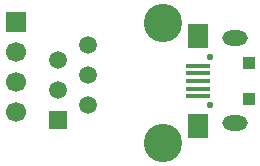
<source format=gbs>
G04 #@! TF.GenerationSoftware,KiCad,Pcbnew,(5.1.9-0-10_14)*
G04 #@! TF.CreationDate,2021-04-30T15:23:44+02:00*
G04 #@! TF.ProjectId,P1_wifi,50315f77-6966-4692-9e6b-696361645f70,rev?*
G04 #@! TF.SameCoordinates,Original*
G04 #@! TF.FileFunction,Soldermask,Bot*
G04 #@! TF.FilePolarity,Negative*
%FSLAX46Y46*%
G04 Gerber Fmt 4.6, Leading zero omitted, Abs format (unit mm)*
G04 Created by KiCad (PCBNEW (5.1.9-0-10_14)) date 2021-04-30 15:23:44*
%MOMM*%
%LPD*%
G01*
G04 APERTURE LIST*
%ADD10C,1.700000*%
%ADD11R,1.700000X1.700000*%
%ADD12R,1.000000X1.000000*%
%ADD13R,2.150000X0.400000*%
%ADD14R,1.800000X2.000000*%
%ADD15O,2.150000X1.300000*%
%ADD16C,0.550000*%
%ADD17R,1.520000X1.520000*%
%ADD18C,3.250000*%
%ADD19C,1.520000*%
G04 APERTURE END LIST*
D10*
X39711500Y9937000D03*
X39711500Y12477000D03*
X39711500Y7397000D03*
D11*
X39711500Y15017000D03*
D12*
X59379500Y11500000D03*
D13*
X55069500Y11300000D03*
D14*
X55069500Y13800000D03*
D15*
X58229500Y13600000D03*
D14*
X55069500Y6200000D03*
D15*
X58229500Y6400000D03*
D16*
X56079500Y12000000D03*
X56079500Y8000000D03*
D12*
X59379500Y8500000D03*
D13*
X55069500Y10650000D03*
X55069500Y10000000D03*
X55069500Y9350000D03*
X55069500Y8700000D03*
D17*
X43243500Y6667500D03*
D18*
X52133500Y4757500D03*
D19*
X45783500Y7937500D03*
X43243500Y9207500D03*
X45783500Y10477500D03*
X43243500Y11747500D03*
X45783500Y13017500D03*
D18*
X52133500Y14917500D03*
M02*

</source>
